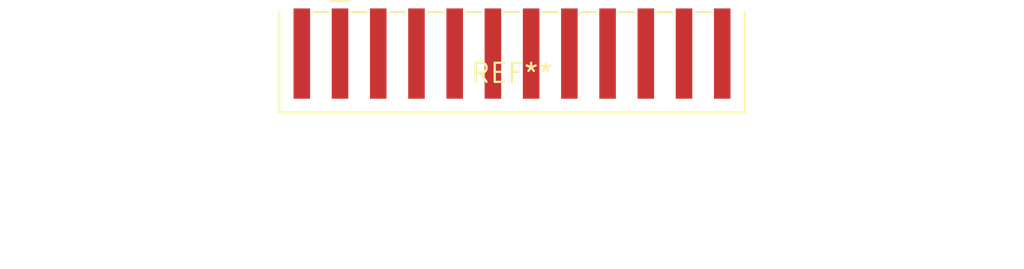
<source format=kicad_pcb>
(kicad_pcb (version 20240108) (generator pcbnew)
  (layers (0 "F.Cu" signal) (31 "B.Cu" signal) (34 "B.Paste" user) (35 "F.Paste" user) (36 "B.SilkS" user "B.Silkscreen") (37 "F.SilkS" user "F.Silkscreen") (38 "B.Mask" user) (39 "F.Mask" user) (44 "Edge.Cuts" user))
  (net 0 "")
  (footprint "Harting_har-flexicon_14111013010xxx_1x10-MP_P2.54mm_Horizontal" (layer "F.Cu") (at 0 0)
    (property "Reference" "REF**")
    (property "Value" "Harting_har-flexicon_14111013010xxx_1x10-MP_P2.54mm_Horizontal")
    (fp_line (start -15.465 -4.06) (end -15.465 2.61) (layer "F.SilkS") (stroke (width 0.12)))
    (fp_line (start -13.208 -4.06) (end -12.192 -4.06) (layer "F.SilkS") (stroke (width 0.12)))
    (fp_line (start -11.98 -4.8) (end -10.88 -4.8) (layer "F.SilkS") (stroke (width 0.12)))
    (fp_line (start -10.668 -4.06) (end -9.652 -4.06) (layer "F.SilkS") (stroke (width 0.12)))
    (fp_line (start -8.128 -4.06) (end -7.112 -4.06) (layer "F.SilkS") (stroke (width 0.12)))
    (fp_line (start -5.588 -4.06) (end -4.572 -4.06) (layer "F.SilkS") (stroke (width 0.12)))
    (fp_line (start -3.048 -4.06) (end -2.032 -4.06) (layer "F.SilkS") (stroke (width 0.12)))
    (fp_line (start -0.508 -4.06) (end 0.508 -4.06) (layer "F.SilkS") (stroke (width 0.12)))
    (fp_line (start 2.032 -4.06) (end 3.048 -4.06) (layer "F.SilkS") (stroke (width 0.12)))
    (fp_line (start 4.572 -4.06) (end 5.588 -4.06) (layer "F.SilkS") (stroke (width 0.12)))
    (fp_line (start 7.112 -4.06) (end 8.128 -4.06) (layer "F.SilkS") (stroke (width 0.12)))
    (fp_line (start 9.652 -4.06) (end 10.668 -4.06) (layer "F.SilkS") (stroke (width 0.12)))
    (fp_line (start 12.192 -4.06) (end 13.208 -4.06) (layer "F.SilkS") (stroke (width 0.12)))
    (fp_line (start 15.465 -4.06) (end 15.465 2.61) (layer "F.SilkS") (stroke (width 0.12)))
    (fp_line (start 15.465 2.61) (end -15.465 2.61) (layer "F.SilkS") (stroke (width 0.12)))
    (pad "1" smd rect (at -11.43 -1.3) (size 1.1 6) (layers "F.Cu" "F.Paste" "F.Mask"))
    (pad "2" smd rect (at -8.89 -1.3) (size 1.1 6) (layers "F.Cu" "F.Paste" "F.Mask"))
    (pad "3" smd rect (at -6.35 -1.3) (size 1.1 6) (layers "F.Cu" "F.Paste" "F.Mask"))
    (pad "4" smd rect (at -3.81 -1.3) (size 1.1 6) (layers "F.Cu" "F.Paste" "F.Mask"))
    (pad "5" smd rect (at -1.27 -1.3) (size 1.1 6) (layers "F.Cu" "F.Paste" "F.Mask"))
    (pad "6" smd rect (at 1.27 -1.3) (size 1.1 6) (layers "F.Cu" "F.Paste" "F.Mask"))
    (pad "7" smd rect (at 3.81 -1.3) (size 1.1 6) (layers "F.Cu" "F.Paste" "F.Mask"))
    (pad "8" smd rect (at 6.35 -1.3) (size 1.1 6) (layers "F.Cu" "F.Paste" "F.Mask"))
    (pad "9" smd rect (at 8.89 -1.3) (size 1.1 6) (layers "F.Cu" "F.Paste" "F.Mask"))
    (pad "10" smd rect (at 11.43 -1.3) (size 1.1 6) (layers "F.Cu" "F.Paste" "F.Mask"))
    (pad "MP" smd rect (at -13.97 -1.3) (size 1.1 6) (layers "F.Cu" "F.Paste" "F.Mask"))
    (pad "MP" smd rect (at 13.97 -1.3) (size 1.1 6) (layers "F.Cu" "F.Paste" "F.Mask"))
  )
)
</source>
